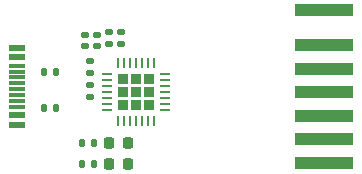
<source format=gbr>
%TF.GenerationSoftware,KiCad,Pcbnew,7.0.5-0*%
%TF.CreationDate,2023-07-07T09:12:39-05:00*%
%TF.ProjectId,DCSDv2_CP2102N,44435344-7632-45f4-9350-323130324e2e,rev?*%
%TF.SameCoordinates,Original*%
%TF.FileFunction,Paste,Top*%
%TF.FilePolarity,Positive*%
%FSLAX46Y46*%
G04 Gerber Fmt 4.6, Leading zero omitted, Abs format (unit mm)*
G04 Created by KiCad (PCBNEW 7.0.5-0) date 2023-07-07 09:12:39*
%MOMM*%
%LPD*%
G01*
G04 APERTURE LIST*
G04 Aperture macros list*
%AMRoundRect*
0 Rectangle with rounded corners*
0 $1 Rounding radius*
0 $2 $3 $4 $5 $6 $7 $8 $9 X,Y pos of 4 corners*
0 Add a 4 corners polygon primitive as box body*
4,1,4,$2,$3,$4,$5,$6,$7,$8,$9,$2,$3,0*
0 Add four circle primitives for the rounded corners*
1,1,$1+$1,$2,$3*
1,1,$1+$1,$4,$5*
1,1,$1+$1,$6,$7*
1,1,$1+$1,$8,$9*
0 Add four rect primitives between the rounded corners*
20,1,$1+$1,$2,$3,$4,$5,0*
20,1,$1+$1,$4,$5,$6,$7,0*
20,1,$1+$1,$6,$7,$8,$9,0*
20,1,$1+$1,$8,$9,$2,$3,0*%
G04 Aperture macros list end*
%ADD10RoundRect,0.135000X0.185000X-0.135000X0.185000X0.135000X-0.185000X0.135000X-0.185000X-0.135000X0*%
%ADD11RoundRect,0.218750X0.218750X0.256250X-0.218750X0.256250X-0.218750X-0.256250X0.218750X-0.256250X0*%
%ADD12RoundRect,0.225000X-0.225000X0.225000X-0.225000X-0.225000X0.225000X-0.225000X0.225000X0.225000X0*%
%ADD13RoundRect,0.062500X-0.062500X0.337500X-0.062500X-0.337500X0.062500X-0.337500X0.062500X0.337500X0*%
%ADD14RoundRect,0.062500X-0.337500X0.062500X-0.337500X-0.062500X0.337500X-0.062500X0.337500X0.062500X0*%
%ADD15RoundRect,0.140000X0.170000X-0.140000X0.170000X0.140000X-0.170000X0.140000X-0.170000X-0.140000X0*%
%ADD16RoundRect,0.135000X0.135000X0.185000X-0.135000X0.185000X-0.135000X-0.185000X0.135000X-0.185000X0*%
%ADD17R,1.450000X0.600000*%
%ADD18R,1.450000X0.300000*%
%ADD19RoundRect,0.135000X-0.135000X-0.185000X0.135000X-0.185000X0.135000X0.185000X-0.135000X0.185000X0*%
%ADD20R,5.000000X1.000000*%
G04 APERTURE END LIST*
D10*
%TO.C,R3*%
X144200000Y-90710000D03*
X144200000Y-89690000D03*
%TD*%
D11*
%TO.C,D2*%
X147387500Y-96610000D03*
X145812500Y-96610000D03*
%TD*%
%TO.C,D1*%
X147387500Y-98400000D03*
X145812500Y-98400000D03*
%TD*%
D12*
%TO.C,U1*%
X149220000Y-91180000D03*
X148100000Y-91180000D03*
X146980000Y-91180000D03*
X149220000Y-92300000D03*
X148100000Y-92300000D03*
X146980000Y-92300000D03*
X149220000Y-93420000D03*
X148100000Y-93420000D03*
X146980000Y-93420000D03*
D13*
X149600000Y-89850000D03*
X149100000Y-89850000D03*
X148600000Y-89850000D03*
X148100000Y-89850000D03*
X147600000Y-89850000D03*
X147100000Y-89850000D03*
X146600000Y-89850000D03*
D14*
X145650000Y-90800000D03*
X145650000Y-91300000D03*
X145650000Y-91800000D03*
X145650000Y-92300000D03*
X145650000Y-92800000D03*
X145650000Y-93300000D03*
X145650000Y-93800000D03*
D13*
X146600000Y-94750000D03*
X147100000Y-94750000D03*
X147600000Y-94750000D03*
X148100000Y-94750000D03*
X148600000Y-94750000D03*
X149100000Y-94750000D03*
X149600000Y-94750000D03*
D14*
X150550000Y-93800000D03*
X150550000Y-93300000D03*
X150550000Y-92800000D03*
X150550000Y-92300000D03*
X150550000Y-91800000D03*
X150550000Y-91300000D03*
X150550000Y-90800000D03*
%TD*%
D15*
%TO.C,C2*%
X143800000Y-88400000D03*
X143800000Y-87440000D03*
%TD*%
D16*
%TO.C,R6*%
X144570000Y-96580000D03*
X143550000Y-96580000D03*
%TD*%
D17*
%TO.C,P1*%
X138045000Y-88550000D03*
X138045000Y-89350000D03*
D18*
X138045000Y-90550000D03*
X138045000Y-91550000D03*
X138045000Y-92050000D03*
X138045000Y-93050000D03*
D17*
X138045000Y-94250000D03*
X138045000Y-95050000D03*
X138045000Y-95050000D03*
X138045000Y-94250000D03*
D18*
X138045000Y-93550000D03*
X138045000Y-92550000D03*
X138045000Y-91050000D03*
X138045000Y-90050000D03*
D17*
X138045000Y-89350000D03*
X138045000Y-88550000D03*
%TD*%
D15*
%TO.C,C1*%
X144800000Y-88400000D03*
X144800000Y-87440000D03*
%TD*%
D16*
%TO.C,R5*%
X144570000Y-98380000D03*
X143550000Y-98380000D03*
%TD*%
D10*
%TO.C,R4*%
X144200000Y-92710000D03*
X144200000Y-91690000D03*
%TD*%
D15*
%TO.C,C4*%
X146800000Y-88200000D03*
X146800000Y-87240000D03*
%TD*%
%TO.C,C3*%
X145800000Y-88200000D03*
X145800000Y-87240000D03*
%TD*%
D19*
%TO.C,R1*%
X140290000Y-90600000D03*
X141310000Y-90600000D03*
%TD*%
%TO.C,R2*%
X140290000Y-93600000D03*
X141310000Y-93600000D03*
%TD*%
D20*
%TO.C,U2*%
X164000000Y-88300000D03*
X164000000Y-90300000D03*
X164000000Y-92300000D03*
X164000000Y-94300000D03*
X164000000Y-96300000D03*
X164000000Y-85300000D03*
X164000000Y-98300000D03*
%TD*%
M02*

</source>
